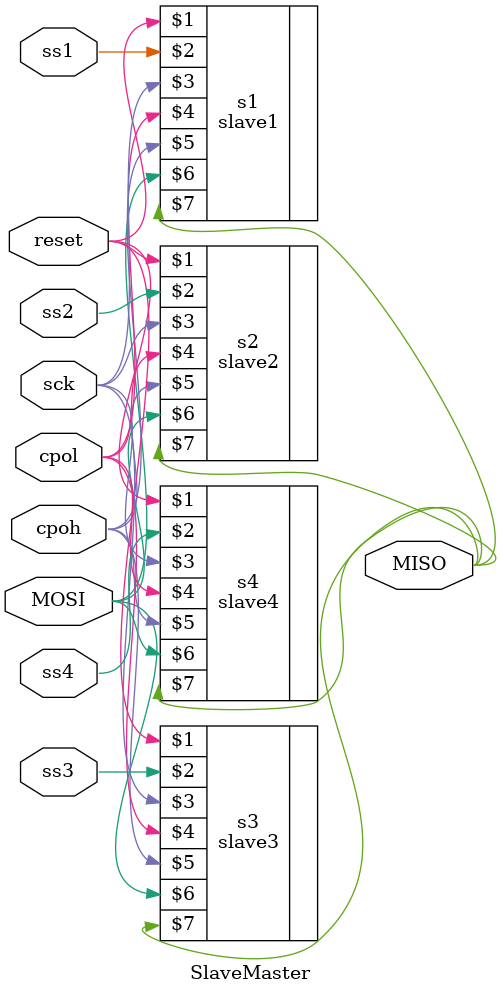
<source format=v>
module SlaveMaster(
  input reset,
  input ss1,
  input ss2,
  input ss3,
  input ss4,
  input sck,
  input cpol,
  input cpoh,
  input MOSI, 
  //input [7:0] Address,
  output MISO 
  );
  
  slave1 s1(reset,ss1,sck,cpol,cpoh,MOSI,MISO);
  slave2 s2(reset,ss2,sck,cpol,cpoh,MOSI,MISO);
  slave3 s3(reset,ss3,sck,cpol,cpoh,MOSI,MISO);
  slave4 s4(reset,ss4,sck,cpol,cpoh,MOSI,MISO);
  
endmodule

</source>
